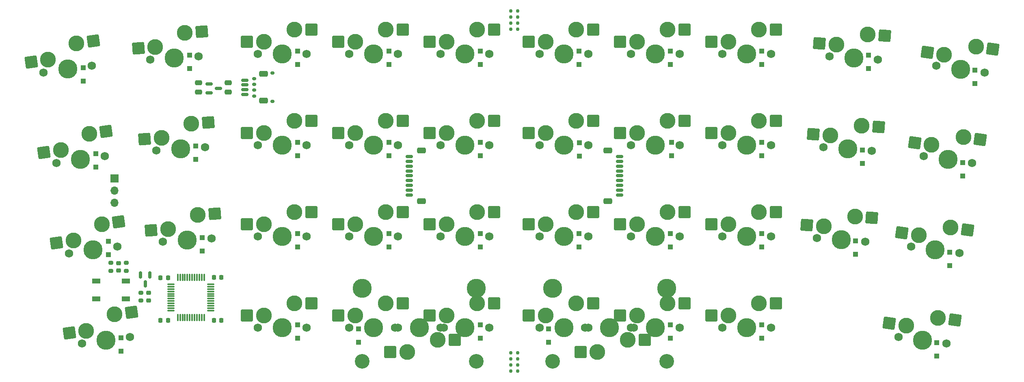
<source format=gbr>
%TF.GenerationSoftware,KiCad,Pcbnew,(7.0.0)*%
%TF.CreationDate,2023-08-19T14:18:27+02:00*%
%TF.ProjectId,tinyv pcb,74696e79-7620-4706-9362-2e6b69636164,rev?*%
%TF.SameCoordinates,Original*%
%TF.FileFunction,Soldermask,Bot*%
%TF.FilePolarity,Negative*%
%FSLAX46Y46*%
G04 Gerber Fmt 4.6, Leading zero omitted, Abs format (unit mm)*
G04 Created by KiCad (PCBNEW (7.0.0)) date 2023-08-19 14:18:27*
%MOMM*%
%LPD*%
G01*
G04 APERTURE LIST*
G04 Aperture macros list*
%AMRoundRect*
0 Rectangle with rounded corners*
0 $1 Rounding radius*
0 $2 $3 $4 $5 $6 $7 $8 $9 X,Y pos of 4 corners*
0 Add a 4 corners polygon primitive as box body*
4,1,4,$2,$3,$4,$5,$6,$7,$8,$9,$2,$3,0*
0 Add four circle primitives for the rounded corners*
1,1,$1+$1,$2,$3*
1,1,$1+$1,$4,$5*
1,1,$1+$1,$6,$7*
1,1,$1+$1,$8,$9*
0 Add four rect primitives between the rounded corners*
20,1,$1+$1,$2,$3,$4,$5,0*
20,1,$1+$1,$4,$5,$6,$7,0*
20,1,$1+$1,$6,$7,$8,$9,0*
20,1,$1+$1,$8,$9,$2,$3,0*%
G04 Aperture macros list end*
%ADD10C,0.750000*%
%ADD11C,3.048000*%
%ADD12C,3.987800*%
%ADD13C,1.750000*%
%ADD14C,3.300000*%
%ADD15RoundRect,0.250000X1.025000X1.000000X-1.025000X1.000000X-1.025000X-1.000000X1.025000X-1.000000X0*%
%ADD16RoundRect,0.250000X0.300000X-0.300000X0.300000X0.300000X-0.300000X0.300000X-0.300000X-0.300000X0*%
%ADD17RoundRect,0.250000X0.952747X1.069064X-1.092260X0.926064X-0.952747X-1.069064X1.092260X-0.926064X0*%
%ADD18RoundRect,0.150000X-0.625000X0.150000X-0.625000X-0.150000X0.625000X-0.150000X0.625000X0.150000X0*%
%ADD19RoundRect,0.250000X-0.650000X0.350000X-0.650000X-0.350000X0.650000X-0.350000X0.650000X0.350000X0*%
%ADD20R,1.800000X1.100000*%
%ADD21RoundRect,0.250000X1.154198X0.847616X-0.875852X1.132920X-1.154198X-0.847616X0.875852X-1.132920X0*%
%ADD22RoundRect,0.250000X0.875852X1.132920X-1.154198X0.847616X-0.875852X-1.132920X1.154198X-0.847616X0*%
%ADD23RoundRect,0.150000X-0.150000X0.587500X-0.150000X-0.587500X0.150000X-0.587500X0.150000X0.587500X0*%
%ADD24R,1.700000X1.700000*%
%ADD25O,1.700000X1.700000*%
%ADD26RoundRect,0.225000X-0.225000X-0.250000X0.225000X-0.250000X0.225000X0.250000X-0.225000X0.250000X0*%
%ADD27RoundRect,0.250000X-1.025000X-1.000000X1.025000X-1.000000X1.025000X1.000000X-1.025000X1.000000X0*%
%ADD28RoundRect,0.250000X1.092260X0.926064X-0.952747X1.069064X-1.092260X-0.926064X0.952747X-1.069064X0*%
%ADD29RoundRect,0.225000X0.250000X-0.225000X0.250000X0.225000X-0.250000X0.225000X-0.250000X-0.225000X0*%
%ADD30RoundRect,0.200000X0.275000X-0.200000X0.275000X0.200000X-0.275000X0.200000X-0.275000X-0.200000X0*%
%ADD31RoundRect,0.250000X0.475000X-0.250000X0.475000X0.250000X-0.475000X0.250000X-0.475000X-0.250000X0*%
%ADD32RoundRect,0.225000X0.225000X0.250000X-0.225000X0.250000X-0.225000X-0.250000X0.225000X-0.250000X0*%
%ADD33RoundRect,0.150000X-0.275000X0.150000X-0.275000X-0.150000X0.275000X-0.150000X0.275000X0.150000X0*%
%ADD34RoundRect,0.175000X-0.225000X0.175000X-0.225000X-0.175000X0.225000X-0.175000X0.225000X0.175000X0*%
%ADD35RoundRect,0.150000X-0.587500X-0.150000X0.587500X-0.150000X0.587500X0.150000X-0.587500X0.150000X0*%
%ADD36RoundRect,0.150000X0.625000X-0.150000X0.625000X0.150000X-0.625000X0.150000X-0.625000X-0.150000X0*%
%ADD37RoundRect,0.250000X0.650000X-0.350000X0.650000X0.350000X-0.650000X0.350000X-0.650000X-0.350000X0*%
%ADD38RoundRect,0.075000X0.075000X-0.662500X0.075000X0.662500X-0.075000X0.662500X-0.075000X-0.662500X0*%
%ADD39RoundRect,0.075000X0.662500X-0.075000X0.662500X0.075000X-0.662500X0.075000X-0.662500X-0.075000X0*%
G04 APERTURE END LIST*
D10*
%TO.C,REF\u002A\u002A*%
X153840153Y-97140354D03*
X153840153Y-95870354D03*
X153840153Y-94600354D03*
X153840153Y-93330354D03*
%TD*%
%TO.C,REF\u002A\u002A*%
X152389738Y-93317523D03*
X152389738Y-94587523D03*
X152389738Y-95857523D03*
X152389738Y-97127523D03*
%TD*%
%TO.C,REF\u002A\u002A*%
X152400000Y-21907500D03*
X152400000Y-23177500D03*
X152400000Y-24447500D03*
X152400000Y-25717500D03*
%TD*%
D11*
%TO.C,S1*%
X145256250Y-95091250D03*
D12*
X145256250Y-79851250D03*
D11*
X121443750Y-95091250D03*
D12*
X121443750Y-79851250D03*
%TD*%
D11*
%TO.C,S2*%
X184943750Y-95091250D03*
D12*
X184943750Y-79851250D03*
D11*
X161131250Y-95091250D03*
D12*
X161131250Y-79851250D03*
%TD*%
D10*
%TO.C,REF\u002A\u002A*%
X153850415Y-25730331D03*
X153850415Y-24460331D03*
X153850415Y-23190331D03*
X153850415Y-21920331D03*
%TD*%
D13*
%TO.C,MX4*%
X128905000Y-30956250D03*
D12*
X123825000Y-30956250D03*
D13*
X118745000Y-30956250D03*
D14*
X120015000Y-28416250D03*
D15*
X116465000Y-28416250D03*
X129915000Y-25876250D03*
D14*
X126365000Y-25876250D03*
%TD*%
D16*
%TO.C,D21*%
X68505464Y-72837500D03*
X68505464Y-70037500D03*
%TD*%
%TO.C,D34*%
X120650000Y-91093750D03*
X120650000Y-88293750D03*
%TD*%
D13*
%TO.C,MX23*%
X109855000Y-69056250D03*
D12*
X104775000Y-69056250D03*
D13*
X99695000Y-69056250D03*
D14*
X100965000Y-66516250D03*
D15*
X97415000Y-66516250D03*
X110865000Y-63976250D03*
D14*
X107315000Y-63976250D03*
%TD*%
D16*
%TO.C,D8*%
X204787500Y-33150000D03*
X204787500Y-30350000D03*
%TD*%
D13*
%TO.C,MX12*%
X88673028Y-50390124D03*
D12*
X83605403Y-50744487D03*
D13*
X78537778Y-51098850D03*
D14*
X79627503Y-48476446D03*
D17*
X76086150Y-48724082D03*
X89326205Y-45252045D03*
D14*
X85784853Y-45499680D03*
%TD*%
D18*
%TO.C,J6*%
X175156250Y-52356250D03*
X175156250Y-53356250D03*
X175156250Y-54356250D03*
X175156250Y-55356250D03*
X175156250Y-56356250D03*
X175156250Y-57356250D03*
X175156250Y-58356250D03*
X175156250Y-59356250D03*
X175156250Y-60356250D03*
D19*
X172631250Y-51056250D03*
X172631250Y-61656250D03*
%TD*%
D16*
%TO.C,D33*%
X107950000Y-90300000D03*
X107950000Y-87500000D03*
%TD*%
%TO.C,D23*%
X107950000Y-71250000D03*
X107950000Y-68450000D03*
%TD*%
D13*
%TO.C,MX34*%
X128905000Y-88106250D03*
D12*
X123825000Y-88106250D03*
D13*
X118745000Y-88106250D03*
D14*
X120015000Y-85566250D03*
D15*
X116465000Y-85566250D03*
X129915000Y-83026250D03*
D14*
X126365000Y-83026250D03*
%TD*%
D16*
%TO.C,D2*%
X85421634Y-33998148D03*
X85421634Y-31198148D03*
%TD*%
D13*
%TO.C,MX8*%
X206692500Y-30956250D03*
D12*
X201612500Y-30956250D03*
D13*
X196532500Y-30956250D03*
D14*
X197802500Y-28416250D03*
D15*
X194252500Y-28416250D03*
X207702500Y-25876250D03*
D14*
X204152500Y-25876250D03*
%TD*%
D20*
%TO.C,SW1*%
X72156249Y-78318749D03*
X65956249Y-78318749D03*
X72156249Y-82018749D03*
X65956249Y-82018749D03*
%TD*%
D13*
%TO.C,MX40*%
X243308750Y-91393854D03*
D12*
X238278188Y-90686855D03*
D13*
X233247626Y-89979856D03*
D14*
X234858766Y-87641325D03*
D21*
X231343315Y-87147260D03*
X245015920Y-86503857D03*
D14*
X241500468Y-86009793D03*
%TD*%
D16*
%TO.C,D28*%
X204787500Y-71250000D03*
X204787500Y-68450000D03*
%TD*%
D13*
%TO.C,MX15*%
X147955000Y-50006250D03*
D12*
X142875000Y-50006250D03*
D13*
X137795000Y-50006250D03*
D14*
X139065000Y-47466250D03*
D15*
X135515000Y-47466250D03*
X148965000Y-44926250D03*
D14*
X145415000Y-44926250D03*
%TD*%
D13*
%TO.C,MX27*%
X187642500Y-69056250D03*
D12*
X182562500Y-69056250D03*
D13*
X177482500Y-69056250D03*
D14*
X178752500Y-66516250D03*
D15*
X175202500Y-66516250D03*
X188652500Y-63976250D03*
D14*
X185102500Y-63976250D03*
%TD*%
D13*
%TO.C,MX1*%
X65075218Y-33386871D03*
D12*
X60044656Y-34093870D03*
D13*
X55014094Y-34800869D03*
D14*
X55918235Y-32108839D03*
D22*
X52402783Y-32602903D03*
X65368389Y-28215744D03*
D14*
X61852938Y-28709809D03*
%TD*%
D23*
%TO.C,Q1*%
X75250000Y-77035314D03*
X77150000Y-77035314D03*
X76200000Y-78910314D03*
%TD*%
D13*
%TO.C,MX17*%
X187642500Y-50006250D03*
D12*
X182562500Y-50006250D03*
D13*
X177482500Y-50006250D03*
D14*
X178752500Y-47466250D03*
D15*
X175202500Y-47466250D03*
X188652500Y-44926250D03*
D14*
X185102500Y-44926250D03*
%TD*%
D24*
%TO.C,J3*%
X69811963Y-56944999D03*
D25*
X69811963Y-59484999D03*
X69811963Y-62024999D03*
%TD*%
D13*
%TO.C,MX14*%
X128905000Y-50006250D03*
D12*
X123825000Y-50006250D03*
D13*
X118745000Y-50006250D03*
D14*
X120015000Y-47466250D03*
D15*
X116465000Y-47466250D03*
X129915000Y-44926250D03*
D14*
X126365000Y-44926250D03*
%TD*%
D13*
%TO.C,MX22*%
X90023794Y-69408418D03*
D12*
X84956169Y-69762781D03*
D13*
X79888544Y-70117144D03*
D14*
X80978269Y-67494740D03*
D17*
X77436916Y-67742376D03*
X90676971Y-64270339D03*
D14*
X87135619Y-64517974D03*
%TD*%
D26*
%TO.C,C4*%
X90506250Y-86518750D03*
X92056250Y-86518750D03*
%TD*%
D13*
%TO.C,MX3*%
X109855000Y-30956250D03*
D12*
X104775000Y-30956250D03*
D13*
X99695000Y-30956250D03*
D14*
X100965000Y-28416250D03*
D15*
X97415000Y-28416250D03*
X110865000Y-25876250D03*
D14*
X107315000Y-25876250D03*
%TD*%
D16*
%TO.C,D10*%
X249237500Y-37118750D03*
X249237500Y-34318750D03*
%TD*%
%TO.C,D6*%
X166687500Y-33150000D03*
X166687500Y-30350000D03*
%TD*%
D13*
%TO.C,MX28*%
X206692500Y-69056250D03*
D12*
X201612500Y-69056250D03*
D13*
X196532500Y-69056250D03*
D14*
X197802500Y-66516250D03*
D15*
X194252500Y-66516250D03*
X207702500Y-63976250D03*
D14*
X204152500Y-63976250D03*
%TD*%
D16*
%TO.C,D20*%
X246617400Y-56391910D03*
X246617400Y-53591910D03*
%TD*%
%TO.C,D1*%
X63235561Y-36559733D03*
X63235561Y-33759733D03*
%TD*%
D13*
%TO.C,MX39*%
X167957500Y-88106250D03*
D12*
X173037500Y-88106250D03*
D13*
X178117500Y-88106250D03*
D14*
X176847500Y-90646250D03*
D27*
X180397500Y-90646250D03*
X166947500Y-93186250D03*
D14*
X170497500Y-93186250D03*
%TD*%
D16*
%TO.C,D30*%
X243980283Y-75125302D03*
X243980283Y-72325302D03*
%TD*%
%TO.C,D12*%
X86706202Y-52918434D03*
X86706202Y-50118434D03*
%TD*%
%TO.C,D4*%
X127000000Y-33150000D03*
X127000000Y-30350000D03*
%TD*%
D13*
%TO.C,MX30*%
X245947982Y-72530750D03*
D12*
X240917420Y-71823751D03*
D13*
X235886858Y-71116752D03*
D14*
X237497998Y-68778221D03*
D21*
X233982547Y-68284156D03*
X247655152Y-67640753D03*
D14*
X244139700Y-67146689D03*
%TD*%
D16*
%TO.C,D22*%
X88106250Y-72043750D03*
X88106250Y-69243750D03*
%TD*%
%TO.C,D16*%
X166713163Y-52276990D03*
X166713163Y-49476990D03*
%TD*%
%TO.C,D37*%
X185737500Y-90300000D03*
X185737500Y-87500000D03*
%TD*%
D13*
%TO.C,MX29*%
X226369242Y-70092225D03*
D12*
X221301617Y-69737862D03*
D13*
X216233992Y-69383499D03*
D14*
X217678079Y-66938277D03*
D28*
X214136727Y-66690642D03*
X227731145Y-65095054D03*
D14*
X224189793Y-64847418D03*
%TD*%
D29*
%TO.C,C8*%
X76914812Y-82369880D03*
X76914812Y-80819880D03*
%TD*%
D16*
%TO.C,D38*%
X204787500Y-90300000D03*
X204787500Y-87500000D03*
%TD*%
D18*
%TO.C,J1*%
X96960197Y-36387500D03*
X96960197Y-37387500D03*
X96960197Y-38387500D03*
X96960197Y-39387500D03*
D19*
X100835197Y-35087500D03*
X100835197Y-40687500D03*
%TD*%
D13*
%TO.C,MX35*%
X147955000Y-88106250D03*
D12*
X142875000Y-88106250D03*
D13*
X137795000Y-88106250D03*
D14*
X139065000Y-85566250D03*
D15*
X135515000Y-85566250D03*
X148965000Y-83026250D03*
D14*
X145415000Y-83026250D03*
%TD*%
D16*
%TO.C,D17*%
X185991623Y-52200000D03*
X185991623Y-49400000D03*
%TD*%
D13*
%TO.C,MX20*%
X248612134Y-53667645D03*
D12*
X243581572Y-52960646D03*
D13*
X238551010Y-52253647D03*
D14*
X240162150Y-49915116D03*
D21*
X236646699Y-49421051D03*
X250319304Y-48777648D03*
D14*
X246803852Y-48283584D03*
%TD*%
D13*
%TO.C,MX24*%
X128905000Y-69056250D03*
D12*
X123825000Y-69056250D03*
D13*
X118745000Y-69056250D03*
D14*
X120015000Y-66516250D03*
D15*
X116465000Y-66516250D03*
X129915000Y-63976250D03*
D14*
X126365000Y-63976250D03*
%TD*%
D13*
%TO.C,MX26*%
X168592500Y-69056250D03*
D12*
X163512500Y-69056250D03*
D13*
X158432500Y-69056250D03*
D14*
X159702500Y-66516250D03*
D15*
X156152500Y-66516250D03*
X169602500Y-63976250D03*
D14*
X166052500Y-63976250D03*
%TD*%
D30*
%TO.C,R1*%
X75327312Y-82419880D03*
X75327312Y-80769880D03*
%TD*%
D31*
%TO.C,C2*%
X87312500Y-38843750D03*
X87312500Y-36943750D03*
%TD*%
D16*
%TO.C,D27*%
X185737500Y-71250000D03*
X185737500Y-68450000D03*
%TD*%
%TO.C,D19*%
X225736492Y-53787499D03*
X225736492Y-50987499D03*
%TD*%
D32*
%TO.C,C3*%
X80943750Y-77658750D03*
X79393750Y-77658750D03*
%TD*%
D16*
%TO.C,D40*%
X241271408Y-93997194D03*
X241271408Y-91197194D03*
%TD*%
D13*
%TO.C,MX5*%
X147955000Y-30956250D03*
D12*
X142875000Y-30956250D03*
D13*
X137795000Y-30956250D03*
D14*
X139065000Y-28416250D03*
D15*
X135515000Y-28416250D03*
X148965000Y-25876250D03*
D14*
X145415000Y-25876250D03*
%TD*%
D13*
%TO.C,MX37*%
X187642500Y-88106250D03*
D12*
X182562500Y-88106250D03*
D13*
X177482500Y-88106250D03*
D14*
X178752500Y-85566250D03*
D15*
X175202500Y-85566250D03*
X188652500Y-83026250D03*
D14*
X185102500Y-83026250D03*
%TD*%
D16*
%TO.C,D3*%
X107950000Y-33150000D03*
X107950000Y-30350000D03*
%TD*%
D13*
%TO.C,MX7*%
X187642500Y-30956250D03*
D12*
X182562500Y-30956250D03*
D13*
X177482500Y-30956250D03*
D14*
X178752500Y-28416250D03*
D15*
X175202500Y-28416250D03*
X188652500Y-25876250D03*
D14*
X185102500Y-25876250D03*
%TD*%
D16*
%TO.C,D24*%
X127000000Y-71250000D03*
X127000000Y-68450000D03*
%TD*%
%TO.C,D29*%
X224322872Y-72762184D03*
X224322872Y-69962184D03*
%TD*%
%TO.C,D15*%
X146050000Y-52200000D03*
X146050000Y-49400000D03*
%TD*%
D33*
%TO.C,J2*%
X98931250Y-36087500D03*
X98931250Y-37287500D03*
X98931250Y-38487500D03*
X98931250Y-39687500D03*
D34*
X102706250Y-34937500D03*
X102706250Y-40837500D03*
%TD*%
D26*
%TO.C,C6*%
X90524091Y-77609086D03*
X92074091Y-77609086D03*
%TD*%
D30*
%TO.C,R2*%
X69056250Y-76212500D03*
X69056250Y-74562500D03*
%TD*%
D35*
%TO.C,U2*%
X89550000Y-39050000D03*
X89550000Y-37150000D03*
X91425000Y-38100000D03*
%TD*%
D30*
%TO.C,R3*%
X72231250Y-76212500D03*
X72231250Y-74562500D03*
%TD*%
D13*
%TO.C,MX2*%
X87337281Y-31395636D03*
D12*
X82269656Y-31749999D03*
D13*
X77202031Y-32104362D03*
D14*
X78291756Y-29481958D03*
D17*
X74750403Y-29729594D03*
X87990458Y-26257557D03*
D14*
X84449106Y-26505192D03*
%TD*%
D16*
%TO.C,D36*%
X160337500Y-91093750D03*
X160337500Y-88293750D03*
%TD*%
D36*
%TO.C,J5*%
X131231250Y-60356250D03*
X131231250Y-59356250D03*
X131231250Y-58356250D03*
X131231250Y-57356250D03*
X131231250Y-56356250D03*
X131231250Y-55356250D03*
X131231250Y-54356250D03*
X131231250Y-53356250D03*
X131231250Y-52356250D03*
D37*
X133756250Y-61656250D03*
X133756250Y-51056250D03*
%TD*%
D13*
%TO.C,MX21*%
X70369814Y-71124095D03*
D12*
X65339252Y-71831094D03*
D13*
X60308690Y-72538093D03*
D14*
X61212831Y-69846063D03*
D22*
X57697379Y-70340127D03*
X70662985Y-65952968D03*
D14*
X67147534Y-66447033D03*
%TD*%
D16*
%TO.C,D7*%
X185737500Y-33150000D03*
X185737500Y-30350000D03*
%TD*%
%TO.C,D5*%
X146050000Y-33150000D03*
X146050000Y-30350000D03*
%TD*%
D38*
%TO.C,U1*%
X88475000Y-85918750D03*
X87975000Y-85918750D03*
X87475000Y-85918750D03*
X86975000Y-85918750D03*
X86475000Y-85918750D03*
X85975000Y-85918750D03*
X85475000Y-85918750D03*
X84975000Y-85918750D03*
X84475000Y-85918750D03*
X83975000Y-85918750D03*
X83475000Y-85918750D03*
X82975000Y-85918750D03*
D39*
X81562500Y-84506250D03*
X81562500Y-84006250D03*
X81562500Y-83506250D03*
X81562500Y-83006250D03*
X81562500Y-82506250D03*
X81562500Y-82006250D03*
X81562500Y-81506250D03*
X81562500Y-81006250D03*
X81562500Y-80506250D03*
X81562500Y-80006250D03*
X81562500Y-79506250D03*
X81562500Y-79006250D03*
D38*
X82975000Y-77593750D03*
X83475000Y-77593750D03*
X83975000Y-77593750D03*
X84475000Y-77593750D03*
X84975000Y-77593750D03*
X85475000Y-77593750D03*
X85975000Y-77593750D03*
X86475000Y-77593750D03*
X86975000Y-77593750D03*
X87475000Y-77593750D03*
X87975000Y-77593750D03*
X88475000Y-77593750D03*
D39*
X89887500Y-79006250D03*
X89887500Y-79506250D03*
X89887500Y-80006250D03*
X89887500Y-80506250D03*
X89887500Y-81006250D03*
X89887500Y-81506250D03*
X89887500Y-82006250D03*
X89887500Y-82506250D03*
X89887500Y-83006250D03*
X89887500Y-83506250D03*
X89887500Y-84006250D03*
X89887500Y-84506250D03*
%TD*%
D13*
%TO.C,MX33*%
X109855000Y-88106250D03*
D12*
X104775000Y-88106250D03*
D13*
X99695000Y-88106250D03*
D14*
X100965000Y-85566250D03*
D15*
X97415000Y-85566250D03*
X110865000Y-83026250D03*
D14*
X107315000Y-83026250D03*
%TD*%
D16*
%TO.C,D25*%
X146050000Y-71250000D03*
X146050000Y-68450000D03*
%TD*%
D13*
%TO.C,MX38*%
X206692500Y-88106250D03*
D12*
X201612500Y-88106250D03*
D13*
X196532500Y-88106250D03*
D14*
X197802500Y-85566250D03*
D15*
X194252500Y-85566250D03*
X207702500Y-83026250D03*
D14*
X204152500Y-83026250D03*
%TD*%
D13*
%TO.C,MX10*%
X251246263Y-34809900D03*
D12*
X246215701Y-34102901D03*
D13*
X241185139Y-33395902D03*
D14*
X242796279Y-31057371D03*
D21*
X239280828Y-30563306D03*
X252953433Y-29919903D03*
D14*
X249437981Y-29425839D03*
%TD*%
D16*
%TO.C,D14*%
X127000000Y-52200000D03*
X127000000Y-49400000D03*
%TD*%
D13*
%TO.C,MX18*%
X206692500Y-50006250D03*
D12*
X201612500Y-50006250D03*
D13*
X196532500Y-50006250D03*
D14*
X197802500Y-47466250D03*
D15*
X194252500Y-47466250D03*
X207702500Y-44926250D03*
D14*
X204152500Y-44926250D03*
%TD*%
D16*
%TO.C,D9*%
X227012500Y-33943750D03*
X227012500Y-31143750D03*
%TD*%
D13*
%TO.C,MX32*%
X128270000Y-88106250D03*
D12*
X133350000Y-88106250D03*
D13*
X138430000Y-88106250D03*
D14*
X137160000Y-90646250D03*
D27*
X140710000Y-90646250D03*
X127260000Y-93186250D03*
D14*
X130810000Y-93186250D03*
%TD*%
D13*
%TO.C,MX31*%
X73041309Y-89994874D03*
D12*
X68010747Y-90701873D03*
D13*
X62980185Y-91408872D03*
D14*
X63884326Y-88716842D03*
D22*
X60368874Y-89210906D03*
X73334480Y-84823747D03*
D14*
X69819029Y-85317812D03*
%TD*%
D16*
%TO.C,D35*%
X146050000Y-90300000D03*
X146050000Y-87500000D03*
%TD*%
%TO.C,D31*%
X71138466Y-92960479D03*
X71138466Y-90160479D03*
%TD*%
D13*
%TO.C,MX36*%
X168592500Y-88106250D03*
D12*
X163512500Y-88106250D03*
D13*
X158432500Y-88106250D03*
D14*
X159702500Y-85566250D03*
D15*
X156152500Y-85566250D03*
X169602500Y-83026250D03*
D14*
X166052500Y-83026250D03*
%TD*%
D13*
%TO.C,MX11*%
X67749271Y-52241188D03*
D12*
X62718709Y-52948187D03*
D13*
X57688147Y-53655186D03*
D14*
X58592288Y-50963156D03*
D22*
X55076836Y-51457220D03*
X68042442Y-47070061D03*
D14*
X64526991Y-47564126D03*
%TD*%
D13*
%TO.C,MX16*%
X168592500Y-50006250D03*
D12*
X163512500Y-50006250D03*
D13*
X158432500Y-50006250D03*
D14*
X159702500Y-47466250D03*
D15*
X156152500Y-47466250D03*
X169602500Y-44926250D03*
D14*
X166052500Y-44926250D03*
%TD*%
D29*
%TO.C,C7*%
X70643750Y-76162500D03*
X70643750Y-74612500D03*
%TD*%
D16*
%TO.C,D11*%
X65881250Y-54581250D03*
X65881250Y-51781250D03*
%TD*%
D13*
%TO.C,MX25*%
X147955000Y-69056250D03*
D12*
X142875000Y-69056250D03*
D13*
X137795000Y-69056250D03*
D14*
X139065000Y-66516250D03*
D15*
X135515000Y-66516250D03*
X148965000Y-63976250D03*
D14*
X145415000Y-63976250D03*
%TD*%
D13*
%TO.C,MX9*%
X229004802Y-32116822D03*
D12*
X223937177Y-31762459D03*
D13*
X218869552Y-31408096D03*
D14*
X220313639Y-28962874D03*
D28*
X216772287Y-28715239D03*
X230366705Y-27119651D03*
D14*
X226825353Y-26872015D03*
%TD*%
D16*
%TO.C,D18*%
X204787500Y-52200000D03*
X204787500Y-49400000D03*
%TD*%
%TO.C,D13*%
X107950000Y-52200000D03*
X107950000Y-49400000D03*
%TD*%
%TO.C,D26*%
X166687500Y-71250000D03*
X166687500Y-68450000D03*
%TD*%
D32*
%TO.C,C5*%
X80925000Y-86518750D03*
X79375000Y-86518750D03*
%TD*%
D13*
%TO.C,MX19*%
X227728795Y-51120655D03*
D12*
X222661170Y-50766292D03*
D13*
X217593545Y-50411929D03*
D14*
X219037632Y-47966707D03*
D28*
X215496280Y-47719072D03*
X229090698Y-46123484D03*
D14*
X225549346Y-45875848D03*
%TD*%
D13*
%TO.C,MX13*%
X109855000Y-50006250D03*
D12*
X104775000Y-50006250D03*
D13*
X99695000Y-50006250D03*
D14*
X100965000Y-47466250D03*
D15*
X97415000Y-47466250D03*
X110865000Y-44926250D03*
D14*
X107315000Y-44926250D03*
%TD*%
D31*
%TO.C,C1*%
X93518750Y-38843750D03*
X93518750Y-36943750D03*
%TD*%
D13*
%TO.C,MX6*%
X168592500Y-30956250D03*
D12*
X163512500Y-30956250D03*
D13*
X158432500Y-30956250D03*
D14*
X159702500Y-28416250D03*
D15*
X156152500Y-28416250D03*
X169602500Y-25876250D03*
D14*
X166052500Y-25876250D03*
%TD*%
M02*

</source>
